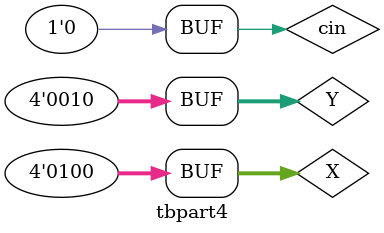
<source format=v>
module part4(
	input wire [3:0] X, 
	input wire [3:0] Y, // 4bit BCD input X 와 Y
	input wire cin, // 1bit input carry in
	output wire [3:0] d0, // 4bit 1의 자리 output
	output wire [3:0] d1 // 4bit 10의 자리 output
);

wire [4:0] tmp = X + Y + cin ; // tmp는 임시의 값으로 X와 Y, cin의 합을 가짐
wire gteq = ( tmp >= 5'd10 ); // gteq는 tmp가 10보다 크면 1이 되고 작으면 0이 됨
wire [3:0] minus10 = ( tmp - 5'd10 ); // X+Y+cin 이 10보다 클 경우 합에서 10을 빼 줌

assign d0 = gteq ? minus10 : tmp[3:0]; // gteq가 1이면 10보다 뺀 값을 output으로 내주고 아니면 합이 그대로 나옴

assign d1 = {3'b000,gteq}; // 10의 자리 output은 합이 10보다 크면 0001, 작으면 0000으로 나오게 됨
endmodule

module tbpart4(); // testbench module 
reg [3:0] X;
reg [3:0] Y;
reg cin;
wire [3:0] d0;
wire [3:0] d1;

part4 u(X, Y, cin, d0, d1);

initial begin

X = 4'b1011;

Y = 4'b0110;

cin = 1'b1; // 초기값 X = 1011, Y = 0110, cin = 1 으로 설정

#200

X = 4'b0111;

Y = 4'b0011;

cin = 1'b0;

#200

X = 4'b0100;

Y = 4'b0010;

cin = 1'b0; // 200 timeunit 마다 X, Y, cin에 변화를 줘서 output의 변화 확인

end

endmodule

</source>
